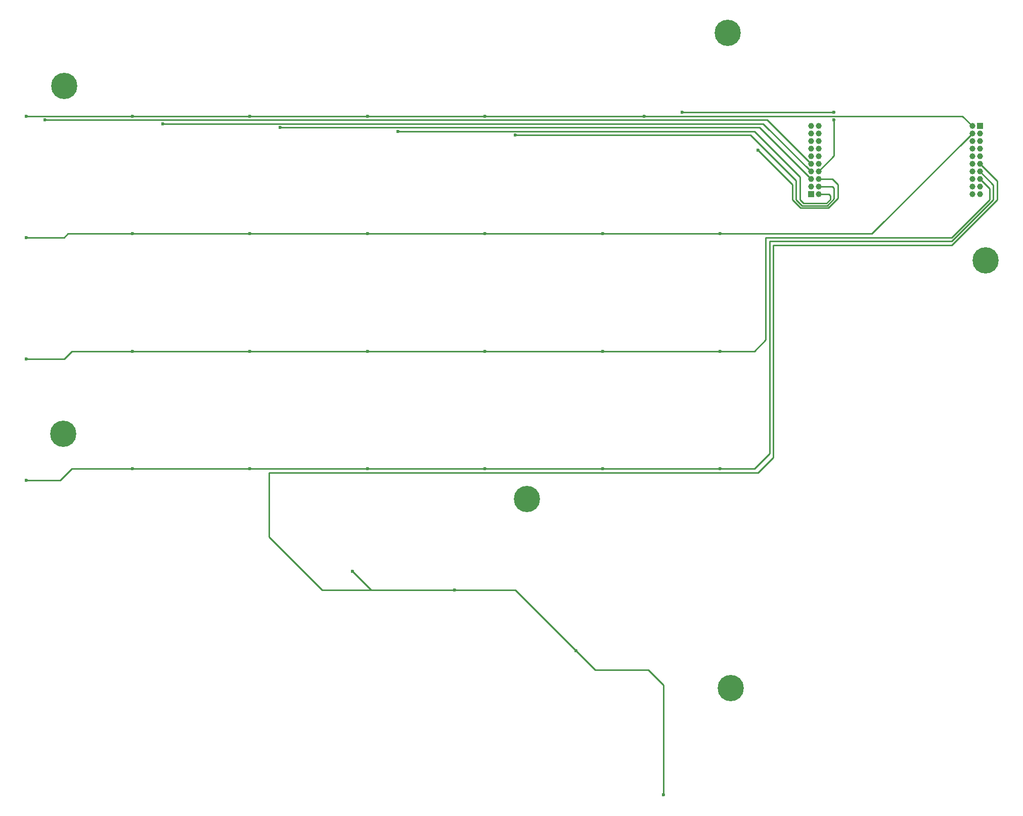
<source format=gbr>
%TF.GenerationSoftware,KiCad,Pcbnew,7.0.1*%
%TF.CreationDate,2023-03-23T04:50:52+01:00*%
%TF.ProjectId,Tiamat_v01_badge,5469616d-6174-45f7-9630-315f62616467,rev?*%
%TF.SameCoordinates,Original*%
%TF.FileFunction,Copper,L1,Top*%
%TF.FilePolarity,Positive*%
%FSLAX46Y46*%
G04 Gerber Fmt 4.6, Leading zero omitted, Abs format (unit mm)*
G04 Created by KiCad (PCBNEW 7.0.1) date 2023-03-23 04:50:52*
%MOMM*%
%LPD*%
G01*
G04 APERTURE LIST*
%TA.AperFunction,ComponentPad*%
%ADD10C,4.400000*%
%TD*%
%TA.AperFunction,ComponentPad*%
%ADD11C,1.000000*%
%TD*%
%TA.AperFunction,ComponentPad*%
%ADD12R,1.000000X1.000000*%
%TD*%
%TA.AperFunction,ViaPad*%
%ADD13C,0.600000*%
%TD*%
%TA.AperFunction,Conductor*%
%ADD14C,0.254000*%
%TD*%
G04 APERTURE END LIST*
D10*
%TO.P,H6,1*%
%TO.N,N/C*%
X41275000Y-36195000D03*
%TD*%
%TO.P,H5,1*%
%TO.N,N/C*%
X41148000Y-94488000D03*
%TD*%
D11*
%TO.P,U1,40,GND*%
%TO.N,unconnected-(U1-GND-Pad40)*%
X167589616Y-42919456D03*
%TO.P,U1,39,GND*%
%TO.N,unconnected-(U1-GND-Pad39)*%
X166319616Y-42919456D03*
%TO.P,U1,38,VSYS*%
%TO.N,unconnected-(U1-VSYS-Pad38)*%
X167589616Y-44189456D03*
%TO.P,U1,37,AVDD*%
%TO.N,unconnected-(U1-AVDD-Pad37)*%
X166319616Y-44189456D03*
%TO.P,U1,36,GP23*%
%TO.N,unconnected-(U1-GP23-Pad36)*%
X167589616Y-45459456D03*
%TO.P,U1,35,BOOT*%
%TO.N,unconnected-(U1-BOOT-Pad35)*%
X166319616Y-45459456D03*
%TO.P,U1,34,GP22*%
%TO.N,unconnected-(U1-GP22-Pad34)*%
X167589616Y-46729456D03*
%TO.P,U1,33,RUN*%
%TO.N,unconnected-(U1-RUN-Pad33)*%
X166319616Y-46729456D03*
%TO.P,U1,32,GP21*%
%TO.N,unconnected-(U1-GP21-Pad32)*%
X167589616Y-47999456D03*
%TO.P,U1,31,GP29*%
%TO.N,unconnected-(U1-GP29-Pad31)*%
X166319616Y-47999456D03*
%TO.P,U1,30,GP20*%
%TO.N,unconnected-(U1-GP20-Pad30)*%
X167589616Y-49269456D03*
%TO.P,U1,29,GP28*%
%TO.N,COL1*%
X166319616Y-49269456D03*
%TO.P,U1,28,GP19*%
%TO.N,COL6*%
X167589616Y-50539456D03*
%TO.P,U1,27,GP27*%
%TO.N,COL2*%
X166319616Y-50539456D03*
%TO.P,U1,26,GP18*%
%TO.N,COL7*%
X167589616Y-51809456D03*
%TO.P,U1,25,GP26*%
%TO.N,COL3*%
X166319616Y-51809456D03*
%TO.P,U1,24,GP17*%
%TO.N,COL5*%
X167589616Y-53079456D03*
%TO.P,U1,23,GP25*%
%TO.N,unconnected-(U1-GP25-Pad23)*%
X166319616Y-53079456D03*
%TO.P,U1,22,GP16*%
%TO.N,COL4*%
X167589616Y-54349456D03*
D12*
%TO.P,U1,21,GP24*%
%TO.N,unconnected-(U1-GP24-Pad21)*%
X166319616Y-54349456D03*
D11*
%TO.P,U1,20,GND*%
%TO.N,unconnected-(U1-GND-Pad20)*%
X193319616Y-54349456D03*
%TO.P,U1,19,SWDIO*%
%TO.N,unconnected-(U1-SWDIO-Pad19)*%
X194589616Y-54349456D03*
%TO.P,U1,18,VSYS*%
%TO.N,unconnected-(U1-VSYS-Pad18)*%
X193319616Y-53079456D03*
%TO.P,U1,17,SWCLK*%
%TO.N,unconnected-(U1-SWCLK-Pad17)*%
X194589616Y-53079456D03*
%TO.P,U1,16,GP7*%
%TO.N,unconnected-(U1-GP7-Pad16)*%
X193319616Y-51809456D03*
%TO.P,U1,15,GP15*%
%TO.N,ROW3*%
X194589616Y-51809456D03*
%TO.P,U1,14,GP6*%
%TO.N,unconnected-(U1-GP6-Pad14)*%
X193319616Y-50539456D03*
%TO.P,U1,13,GP14*%
%TO.N,ROW4*%
X194589616Y-50539456D03*
%TO.P,U1,12,GP5*%
%TO.N,unconnected-(U1-GP5-Pad12)*%
X193319616Y-49269456D03*
%TO.P,U1,11,GP13*%
%TO.N,ROW5*%
X194589616Y-49269456D03*
%TO.P,U1,10,GP4*%
%TO.N,unconnected-(U1-GP4-Pad10)*%
X193319616Y-47999456D03*
%TO.P,U1,9,GP12*%
%TO.N,unconnected-(U1-GP12-Pad9)*%
X194589616Y-47999456D03*
%TO.P,U1,8,GP3*%
%TO.N,unconnected-(U1-GP3-Pad8)*%
X193319616Y-46729456D03*
%TO.P,U1,7,GP11*%
%TO.N,unconnected-(U1-GP11-Pad7)*%
X194589616Y-46729456D03*
%TO.P,U1,6,GP2*%
%TO.N,unconnected-(U1-GP2-Pad6)*%
X193319616Y-45459456D03*
%TO.P,U1,5,GP10*%
%TO.N,unconnected-(U1-GP10-Pad5)*%
X194589616Y-45459456D03*
%TO.P,U1,4,GP1*%
%TO.N,ROW2*%
X193319616Y-44189456D03*
%TO.P,U1,3,GP9*%
%TO.N,unconnected-(U1-GP9-Pad3)*%
X194589616Y-44189456D03*
%TO.P,U1,2,GP0*%
%TO.N,ROW1*%
X193319616Y-42919456D03*
D12*
%TO.P,U1,1,GP8*%
%TO.N,unconnected-(U1-GP8-Pad1)*%
X194589616Y-42919456D03*
%TD*%
D10*
%TO.P,H4,1*%
%TO.N,N/C*%
X118745000Y-105410000D03*
%TD*%
%TO.P,H3,1*%
%TO.N,N/C*%
X152400000Y-27305000D03*
%TD*%
%TO.P,H2,1*%
%TO.N,N/C*%
X195580000Y-65405000D03*
%TD*%
%TO.P,H1,1*%
%TO.N,N/C*%
X152908000Y-137033000D03*
%TD*%
D13*
%TO.N,COL7*%
X157480000Y-46990000D03*
%TO.N,COL6*%
X170180000Y-40640000D03*
X144780000Y-40640000D03*
X170180000Y-41910000D03*
%TO.N,COL5*%
X116840000Y-44450000D03*
%TO.N,COL4*%
X97155000Y-43815000D03*
%TO.N,COL3*%
X77470000Y-43180000D03*
%TO.N,COL2*%
X57785000Y-42545000D03*
%TO.N,COL1*%
X38100000Y-41910000D03*
%TO.N,ROW5*%
X141605000Y-154940000D03*
X127000000Y-130810000D03*
X106680000Y-120650000D03*
X89535000Y-117475000D03*
%TO.N,ROW4*%
X151130000Y-100330000D03*
X131445000Y-100330000D03*
X111760000Y-100330000D03*
X92075000Y-100330000D03*
X72390000Y-100330000D03*
X52705000Y-100330000D03*
X34925000Y-102235000D03*
%TO.N,ROW3*%
X151130000Y-80645000D03*
X131445000Y-80645000D03*
X111760000Y-80645000D03*
X92075000Y-80645000D03*
X72390000Y-80645000D03*
X52705000Y-80645000D03*
X34925000Y-81915000D03*
%TO.N,ROW2*%
X151130000Y-60960000D03*
X131445000Y-60960000D03*
X111760000Y-60960000D03*
X92075000Y-60960000D03*
X72390000Y-60960000D03*
X52705000Y-60960000D03*
X34925000Y-61595000D03*
%TO.N,ROW1*%
X72390000Y-41275000D03*
X138430000Y-41275000D03*
X111760000Y-41275000D03*
X92075000Y-41275000D03*
X34925000Y-41275000D03*
X52705000Y-41275000D03*
%TD*%
D14*
%TO.N,COL7*%
X169919456Y-51809456D02*
X167589616Y-51809456D01*
X170815000Y-55052632D02*
X170815000Y-52705000D01*
X163195000Y-55245000D02*
X164592000Y-56642000D01*
X163195000Y-52705000D02*
X163195000Y-55245000D01*
X164592000Y-56642000D02*
X169225632Y-56642000D01*
X157480000Y-46990000D02*
X163195000Y-52705000D01*
X169225632Y-56642000D02*
X170815000Y-55052632D01*
X170815000Y-52705000D02*
X169919456Y-51809456D01*
%TO.N,COL5*%
X169919456Y-53079456D02*
X167589616Y-53079456D01*
X170180000Y-53340000D02*
X169919456Y-53079456D01*
X169067816Y-56261000D02*
X170180000Y-55148816D01*
X164846000Y-56261000D02*
X169067816Y-56261000D01*
X170180000Y-55148816D02*
X170180000Y-53340000D01*
X163830000Y-52070000D02*
X163830000Y-55245000D01*
X116840000Y-44450000D02*
X156210000Y-44450000D01*
X156210000Y-44450000D02*
X163830000Y-52070000D01*
X163830000Y-55245000D02*
X164846000Y-56261000D01*
%TO.N,COL4*%
X169284456Y-54349456D02*
X167589616Y-54349456D01*
X169545000Y-55245000D02*
X169545000Y-54610000D01*
X168910000Y-55880000D02*
X169545000Y-55245000D01*
X165100000Y-55880000D02*
X168910000Y-55880000D01*
X164465000Y-55245000D02*
X165100000Y-55880000D01*
X164465000Y-51435000D02*
X164465000Y-55245000D01*
X156845000Y-43815000D02*
X164465000Y-51435000D01*
X169545000Y-54610000D02*
X169284456Y-54349456D01*
X97155000Y-43815000D02*
X156845000Y-43815000D01*
%TO.N,COL6*%
X170180000Y-47949072D02*
X167589616Y-50539456D01*
X170180000Y-41910000D02*
X170180000Y-47949072D01*
%TO.N,ROW5*%
X197485000Y-52164840D02*
X194589616Y-49269456D01*
X197485000Y-55245000D02*
X197485000Y-52164840D01*
X160020000Y-62865000D02*
X189865000Y-62865000D01*
X160020000Y-98425000D02*
X160020000Y-62865000D01*
X157480000Y-100965000D02*
X160020000Y-98425000D01*
X75565000Y-100965000D02*
X157480000Y-100965000D01*
X84455000Y-120650000D02*
X75565000Y-111760000D01*
X189865000Y-62865000D02*
X197485000Y-55245000D01*
X93345000Y-120650000D02*
X84455000Y-120650000D01*
X75565000Y-111760000D02*
X75565000Y-100965000D01*
X93345000Y-120650000D02*
X106045000Y-120650000D01*
X92710000Y-120650000D02*
X93345000Y-120650000D01*
%TO.N,ROW4*%
X196850000Y-52799840D02*
X194589616Y-50539456D01*
X196850000Y-55245000D02*
X196850000Y-52799840D01*
X156845000Y-100330000D02*
X159385000Y-97790000D01*
X159385000Y-97790000D02*
X159385000Y-62230000D01*
X159385000Y-62230000D02*
X189865000Y-62230000D01*
X147955000Y-100330000D02*
X156845000Y-100330000D01*
X189865000Y-62230000D02*
X196850000Y-55245000D01*
X147955000Y-100330000D02*
X151130000Y-100330000D01*
X130175000Y-100330000D02*
X147955000Y-100330000D01*
%TO.N,ROW3*%
X196215000Y-53434840D02*
X194589616Y-51809456D01*
X196215000Y-55245000D02*
X196215000Y-53434840D01*
X189865000Y-61595000D02*
X196215000Y-55245000D01*
X158750000Y-61595000D02*
X189865000Y-61595000D01*
X158750000Y-78740000D02*
X158750000Y-61595000D01*
X156845000Y-80645000D02*
X158750000Y-78740000D01*
X149860000Y-80645000D02*
X156845000Y-80645000D01*
X149860000Y-80645000D02*
X151130000Y-80645000D01*
X129540000Y-80645000D02*
X149860000Y-80645000D01*
%TO.N,ROW2*%
X176549072Y-60960000D02*
X193319616Y-44189456D01*
X149860000Y-60960000D02*
X176549072Y-60960000D01*
X149860000Y-60960000D02*
X151130000Y-60960000D01*
X129540000Y-60960000D02*
X149860000Y-60960000D01*
%TO.N,COL6*%
X144780000Y-40640000D02*
X170180000Y-40640000D01*
%TO.N,COL3*%
X157690160Y-43180000D02*
X166319616Y-51809456D01*
X77470000Y-43180000D02*
X157690160Y-43180000D01*
%TO.N,COL2*%
X158325160Y-42545000D02*
X166319616Y-50539456D01*
X57785000Y-42545000D02*
X158325160Y-42545000D01*
%TO.N,COL1*%
X38100000Y-41910000D02*
X158960160Y-41910000D01*
X158960160Y-41910000D02*
X166319616Y-49269456D01*
%TO.N,ROW5*%
X139065000Y-133985000D02*
X141605000Y-136525000D01*
X141605000Y-136525000D02*
X141605000Y-154940000D01*
X130175000Y-133985000D02*
X139065000Y-133985000D01*
X126365000Y-130175000D02*
X130175000Y-133985000D01*
X126365000Y-130175000D02*
X127000000Y-130810000D01*
X116840000Y-120650000D02*
X126365000Y-130175000D01*
X106045000Y-120650000D02*
X116840000Y-120650000D01*
X106045000Y-120650000D02*
X106680000Y-120650000D01*
X89535000Y-117475000D02*
X92710000Y-120650000D01*
%TO.N,ROW4*%
X130175000Y-100330000D02*
X131445000Y-100330000D01*
X109855000Y-100330000D02*
X130175000Y-100330000D01*
X109855000Y-100330000D02*
X111760000Y-100330000D01*
X90805000Y-100330000D02*
X109855000Y-100330000D01*
X90805000Y-100330000D02*
X92075000Y-100330000D01*
X71120000Y-100330000D02*
X90805000Y-100330000D01*
X71120000Y-100330000D02*
X72390000Y-100330000D01*
X51435000Y-100330000D02*
X71120000Y-100330000D01*
X51435000Y-100330000D02*
X52705000Y-100330000D01*
X42545000Y-100330000D02*
X51435000Y-100330000D01*
X40640000Y-102235000D02*
X42545000Y-100330000D01*
X34925000Y-102235000D02*
X40640000Y-102235000D01*
%TO.N,ROW3*%
X109855000Y-80645000D02*
X129540000Y-80645000D01*
X129540000Y-80645000D02*
X131445000Y-80645000D01*
X109855000Y-80645000D02*
X111760000Y-80645000D01*
X90805000Y-80645000D02*
X109855000Y-80645000D01*
X90805000Y-80645000D02*
X92075000Y-80645000D01*
X71755000Y-80645000D02*
X90805000Y-80645000D01*
X71755000Y-80645000D02*
X72390000Y-80645000D01*
X51435000Y-80645000D02*
X71755000Y-80645000D01*
X51435000Y-80645000D02*
X52705000Y-80645000D01*
X42545000Y-80645000D02*
X51435000Y-80645000D01*
X34925000Y-81915000D02*
X41275000Y-81915000D01*
X41275000Y-81915000D02*
X42545000Y-80645000D01*
%TO.N,ROW2*%
X129540000Y-60960000D02*
X131445000Y-60960000D01*
X111125000Y-60960000D02*
X129540000Y-60960000D01*
X111125000Y-60960000D02*
X111760000Y-60960000D01*
X90805000Y-60960000D02*
X111125000Y-60960000D01*
X90805000Y-60960000D02*
X92075000Y-60960000D01*
X71755000Y-60960000D02*
X90805000Y-60960000D01*
X71755000Y-60960000D02*
X72390000Y-60960000D01*
X52705000Y-60960000D02*
X71755000Y-60960000D01*
X41910000Y-60960000D02*
X52705000Y-60960000D01*
X41275000Y-61595000D02*
X41910000Y-60960000D01*
X34925000Y-61595000D02*
X41275000Y-61595000D01*
%TO.N,ROW1*%
X72390000Y-41275000D02*
X92075000Y-41275000D01*
X52705000Y-41275000D02*
X72390000Y-41275000D01*
X191675160Y-41275000D02*
X193319616Y-42919456D01*
X138430000Y-41275000D02*
X191675160Y-41275000D01*
X111760000Y-41275000D02*
X138430000Y-41275000D01*
X92075000Y-41275000D02*
X111760000Y-41275000D01*
X34925000Y-41275000D02*
X52705000Y-41275000D01*
%TD*%
M02*

</source>
